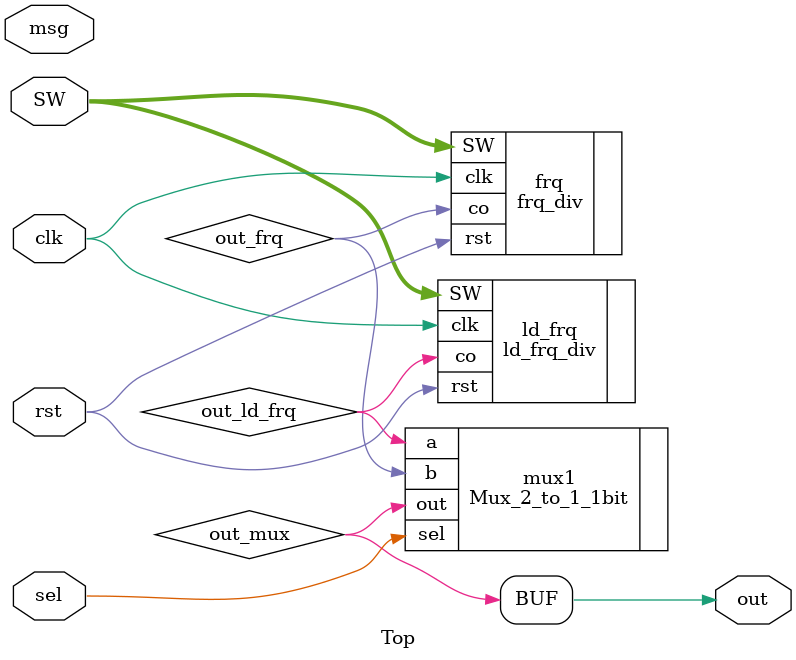
<source format=v>
module Top(
    input clk,
    input rst,
    input sel,
    input [4:0] msg,
    input [2:0] SW,
    output out
);

    wire out_ld_frq , out_frq;

    ld_frq_div ld_frq(
        .clk(clk),
        .rst(rst),
        .SW(SW),
        .co(out_ld_frq)
    );

    frq_div frq(
        .clk(clk),
        .rst(rst),
        .SW(SW),
        .co(out_frq)
    );

    Mux_2_to_1_1bit mux1(
        .sel(sel),
        .a(out_ld_frq),
        .b(out_frq),
        .out(out_mux)
    );

    assign out = out_mux;


endmodule
</source>
